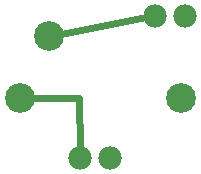
<source format=gbl>
G04 MADE WITH FRITZING*
G04 WWW.FRITZING.ORG*
G04 DOUBLE SIDED*
G04 HOLES PLATED*
G04 CONTOUR ON CENTER OF CONTOUR VECTOR*
%ASAXBY*%
%FSLAX23Y23*%
%MOIN*%
%OFA0B0*%
%SFA1.0B1.0*%
%ADD10C,0.099055*%
%ADD11C,0.078000*%
%ADD12C,0.024000*%
%LNCOPPER0*%
G90*
G70*
G54D10*
X237Y477D03*
X140Y270D03*
X679Y272D03*
G54D11*
X340Y70D03*
X440Y70D03*
X340Y70D03*
X440Y70D03*
X590Y545D03*
X690Y545D03*
X590Y545D03*
X690Y545D03*
G54D12*
X560Y539D02*
X277Y484D01*
D02*
X339Y270D02*
X340Y100D01*
D02*
X180Y270D02*
X339Y270D01*
G04 End of Copper0*
M02*
</source>
